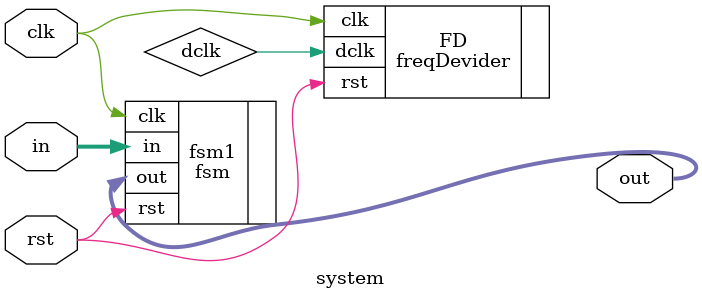
<source format=v>
module system(clk, rst, in, out);
	input clk, rst;
	input [1:0]in;
	
	output [3:0]out;
	
	wire dclk;
	
	freqDevider FD(.clk(clk), .rst(rst), .dclk(dclk));
	fsm fsm1(.clk(clk), .rst(rst), .in(in), .out(out));	
	
endmodule
</source>
